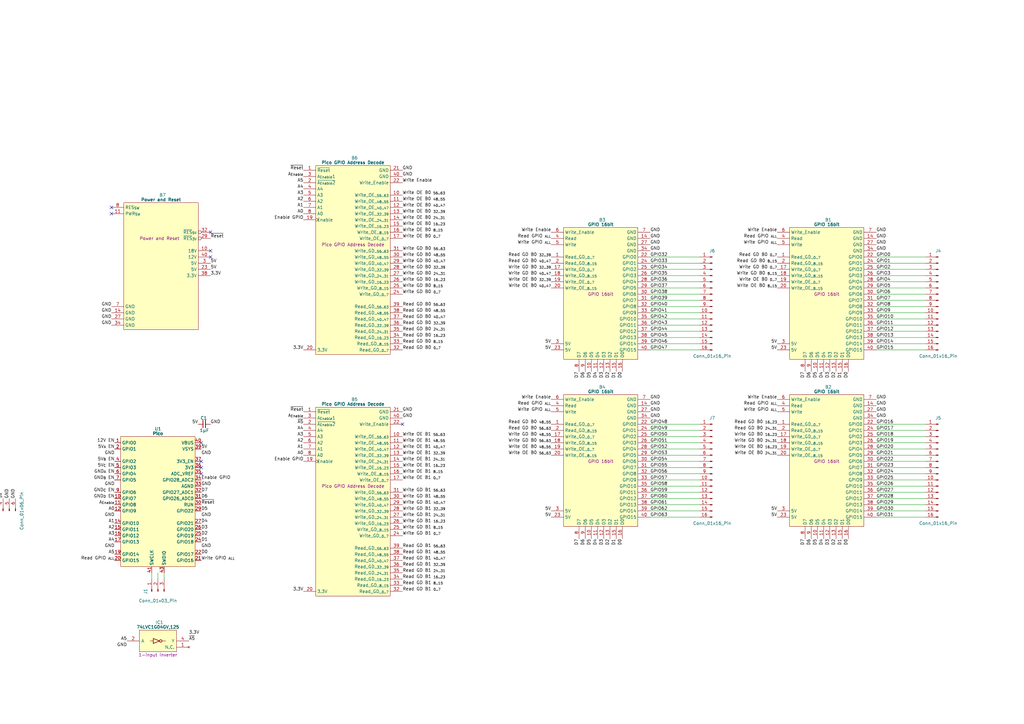
<source format=kicad_sch>
(kicad_sch (version 20231120) (generator "eeschema") (generator_version "8.0")
  (paper "A3")
  (title_block (title "Pico Wide GPIO") (date "2025-04-24") (rev "V1"))
  (lib_symbols
    (symbol "Connector:Conn_01x03_Pin" (pin_names (offset 1.016) hide)
      (property "Reference" "J" (at 0 5.08 0))
      (property "Value" "Conn_01x03_Pin" (at 0 -5.08 0))
      (symbol "Conn_01x03_Pin_1_1"
        (polyline (pts (xy 1.27 -2.54) (xy 0.8636 -2.54)) (stroke (width 0.1524)))
        (polyline (pts (xy 1.27 0) (xy 0.8636 0)) (stroke (width 0.1524)))
        (polyline (pts (xy 1.27 2.54) (xy 0.8636 2.54)) (stroke (width 0.1524)))
        (rectangle (start 0.8636 -2.413) (end 0 -2.667) (stroke (width 0.1524)) (fill (type outline)))
        (rectangle (start 0.8636 0.127) (end 0 -0.127) (stroke (width 0.1524)) (fill (type outline)))
        (rectangle (start 0.8636 2.667) (end 0 2.413) (stroke (width 0.1524)) (fill (type outline)))
        (pin passive line (at 5.08 2.54 180) (length 3.81) (name "Pin_1") (number "1"))
        (pin passive line (at 5.08 0 180) (length 3.81) (name "Pin_2") (number "2"))
        (pin passive line (at 5.08 -2.54 180) (length 3.81) (name "Pin_3") (number "3"))
      )
    )
    (symbol "Connector:Conn_01x06_Pin" (pin_names (offset 1.016) hide)
      (property "Reference" "J" (at 0 7.62 0))
      (property "Value" "Conn_01x06_Pin" (at 0 -10.16 0))
      (symbol "Conn_01x06_Pin_1_1"
        (polyline (pts (xy 1.27 -7.62) (xy 0.8636 -7.62)) (stroke (width 0.1524)))
        (polyline (pts (xy 1.27 -5.08) (xy 0.8636 -5.08)) (stroke (width 0.1524)))
        (polyline (pts (xy 1.27 -2.54) (xy 0.8636 -2.54)) (stroke (width 0.1524)))
        (polyline (pts (xy 1.27 0) (xy 0.8636 0)) (stroke (width 0.1524)))
        (polyline (pts (xy 1.27 2.54) (xy 0.8636 2.54)) (stroke (width 0.1524)))
        (polyline (pts (xy 1.27 5.08) (xy 0.8636 5.08)) (stroke (width 0.1524)))
        (rectangle (start 0.8636 -7.493) (end 0 -7.747) (stroke (width 0.1524)) (fill (type outline)))
        (rectangle (start 0.8636 -4.953) (end 0 -5.207) (stroke (width 0.1524)) (fill (type outline)))
        (rectangle (start 0.8636 -2.413) (end 0 -2.667) (stroke (width 0.1524)) (fill (type outline)))
        (rectangle (start 0.8636 0.127) (end 0 -0.127) (stroke (width 0.1524)) (fill (type outline)))
        (rectangle (start 0.8636 2.667) (end 0 2.413) (stroke (width 0.1524)) (fill (type outline)))
        (rectangle (start 0.8636 5.207) (end 0 4.953) (stroke (width 0.1524)) (fill (type outline)))
        (pin passive line (at 5.08 5.08 180) (length 3.81) (name "Pin_1") (number "1"))
        (pin passive line (at 5.08 2.54 180) (length 3.81) (name "Pin_2") (number "2"))
        (pin passive line (at 5.08 0 180) (length 3.81) (name "Pin_3") (number "3"))
        (pin passive line (at 5.08 -2.54 180) (length 3.81) (name "Pin_4") (number "4"))
        (pin passive line (at 5.08 -5.08 180) (length 3.81) (name "Pin_5") (number "5"))
        (pin passive line (at 5.08 -7.62 180) (length 3.81) (name "Pin_6") (number "6"))
      )
    )
    (symbol "Connector:Conn_01x16_Pin" (pin_names (offset 1.016) hide)
      (property "Reference" "J" (at 0 20.32 0))
      (property "Value" "Conn_01x16_Pin" (at 0 -22.86 0))
      (symbol "Conn_01x16_Pin_1_1"
        (polyline (pts (xy 1.27 -20.32) (xy 0.8636 -20.32)) (stroke (width 0.1524)))
        (polyline (pts (xy 1.27 -17.78) (xy 0.8636 -17.78)) (stroke (width 0.1524)))
        (polyline (pts (xy 1.27 -15.24) (xy 0.8636 -15.24)) (stroke (width 0.1524)))
        (polyline (pts (xy 1.27 -12.7) (xy 0.8636 -12.7)) (stroke (width 0.1524)))
        (polyline (pts (xy 1.27 -10.16) (xy 0.8636 -10.16)) (stroke (width 0.1524)))
        (polyline (pts (xy 1.27 -7.62) (xy 0.8636 -7.62)) (stroke (width 0.1524)))
        (polyline (pts (xy 1.27 -5.08) (xy 0.8636 -5.08)) (stroke (width 0.1524)))
        (polyline (pts (xy 1.27 -2.54) (xy 0.8636 -2.54)) (stroke (width 0.1524)))
        (polyline (pts (xy 1.27 0) (xy 0.8636 0)) (stroke (width 0.1524)))
        (polyline (pts (xy 1.27 2.54) (xy 0.8636 2.54)) (stroke (width 0.1524)))
        (polyline (pts (xy 1.27 5.08) (xy 0.8636 5.08)) (stroke (width 0.1524)))
        (polyline (pts (xy 1.27 7.62) (xy 0.8636 7.62)) (stroke (width 0.1524)))
        (polyline (pts (xy 1.27 10.16) (xy 0.8636 10.16)) (stroke (width 0.1524)))
        (polyline (pts (xy 1.27 12.7) (xy 0.8636 12.7)) (stroke (width 0.1524)))
        (polyline (pts (xy 1.27 15.24) (xy 0.8636 15.24)) (stroke (width 0.1524)))
        (polyline (pts (xy 1.27 17.78) (xy 0.8636 17.78)) (stroke (width 0.1524)))
        (rectangle (start 0.8636 -20.193) (end 0 -20.447) (stroke (width 0.1524)) (fill (type outline)))
        (rectangle (start 0.8636 -17.653) (end 0 -17.907) (stroke (width 0.1524)) (fill (type outline)))
        (rectangle (start 0.8636 -15.113) (end 0 -15.367) (stroke (width 0.1524)) (fill (type outline)))
        (rectangle (start 0.8636 -12.573) (end 0 -12.827) (stroke (width 0.1524)) (fill (type outline)))
        (rectangle (start 0.8636 -10.033) (end 0 -10.287) (stroke (width 0.1524)) (fill (type outline)))
        (rectangle (start 0.8636 -7.493) (end 0 -7.747) (stroke (width 0.1524)) (fill (type outline)))
        (rectangle (start 0.8636 -4.953) (end 0 -5.207) (stroke (width 0.1524)) (fill (type outline)))
        (rectangle (start 0.8636 -2.413) (end 0 -2.667) (stroke (width 0.1524)) (fill (type outline)))
        (rectangle (start 0.8636 0.127) (end 0 -0.127) (stroke (width 0.1524)) (fill (type outline)))
        (rectangle (start 0.8636 2.667) (end 0 2.413) (stroke (width 0.1524)) (fill (type outline)))
        (rectangle (start 0.8636 5.207) (end 0 4.953) (stroke (width 0.1524)) (fill (type outline)))
        (rectangle (start 0.8636 7.747) (end 0 7.493) (stroke (width 0.1524)) (fill (type outline)))
        (rectangle (start 0.8636 10.287) (end 0 10.033) (stroke (width 0.1524)) (fill (type outline)))
        (rectangle (start 0.8636 12.827) (end 0 12.573) (stroke (width 0.1524)) (fill (type outline)))
        (rectangle (start 0.8636 15.367) (end 0 15.113) (stroke (width 0.1524)) (fill (type outline)))
        (rectangle (start 0.8636 17.907) (end 0 17.653) (stroke (width 0.1524)) (fill (type outline)))
        (pin passive line (at 5.08 17.78 180) (length 3.81) (name "Pin_1") (number "1"))
        (pin passive line (at 5.08 -5.08 180) (length 3.81) (name "Pin_10") (number "10"))
        (pin passive line (at 5.08 -7.62 180) (length 3.81) (name "Pin_11") (number "11"))
        (pin passive line (at 5.08 -10.16 180) (length 3.81) (name "Pin_12") (number "12"))
        (pin passive line (at 5.08 -12.7 180) (length 3.81) (name "Pin_13") (number "13"))
        (pin passive line (at 5.08 -15.24 180) (length 3.81) (name "Pin_14") (number "14"))
        (pin passive line (at 5.08 -17.78 180) (length 3.81) (name "Pin_15") (number "15"))
        (pin passive line (at 5.08 -20.32 180) (length 3.81) (name "Pin_16") (number "16"))
        (pin passive line (at 5.08 15.24 180) (length 3.81) (name "Pin_2") (number "2"))
        (pin passive line (at 5.08 12.7 180) (length 3.81) (name "Pin_3") (number "3"))
        (pin passive line (at 5.08 10.16 180) (length 3.81) (name "Pin_4") (number "4"))
        (pin passive line (at 5.08 7.62 180) (length 3.81) (name "Pin_5") (number "5"))
        (pin passive line (at 5.08 5.08 180) (length 3.81) (name "Pin_6") (number "6"))
        (pin passive line (at 5.08 2.54 180) (length 3.81) (name "Pin_7") (number "7"))
        (pin passive line (at 5.08 0 180) (length 3.81) (name "Pin_8") (number "8"))
        (pin passive line (at 5.08 -2.54 180) (length 3.81) (name "Pin_9") (number "9"))
      )
    )
    (symbol "HCP65:C_0805" (pin_numbers hide) (pin_names (offset 0.254) hide)
      (property "Reference" "C" (at 2.286 2.54 0))
      (property "Value" "?μF" (at 2.54 -2.54 0))
      (symbol "C_0805_0_1"
        (polyline (pts (xy 1.9685 -1.4605) (xy 1.9685 1.5875)) (stroke (width 0.3048)))
        (polyline (pts (xy 2.9845 -1.4605) (xy 2.9845 1.5875)) (stroke (width 0.3302)))
      )
      (symbol "C_0805_1_1"
        (pin passive line (at 0 0 0) (length 2.032) (name "~") (number "1"))
        (pin passive line (at 5.08 0 180) (length 2.032) (name "~") (number "2"))
      )
    )
    (symbol "HCP65:GPIO_16bit"
      (property "Reference" "B" (at 15.875 5.08 0))
      (property "Value" "GPIO 16bit" (at 15.24 3.175 0))
      (property "Description" "GPIO 16bit" (at 15.24 -25.4 0))
      (symbol "GPIO_16bit_0_1"
        (polyline (pts (xy 0 1.905) (xy 30.48 1.905) (xy 30.48 -52.07) (xy 0 -52.07) (xy 0 1.905)) (stroke (width 0.1524)) (fill (type background)))
      )
      (symbol "GPIO_16bit_1_0"
        (pin tri_state line (at 35.56 -30.48 180) (length 5.08) (name "GPIO8") (number "32"))
        (pin tri_state line (at 35.56 -33.02 180) (length 5.08) (name "GPIO9") (number "33"))
        (pin passive line (at 35.56 -7.62 180) (length 5.08) (name "GND") (number "34"))
        (pin tri_state line (at 35.56 -35.56 180) (length 5.08) (name "GPIO10") (number "35"))
        (pin tri_state line (at 35.56 -38.1 180) (length 5.08) (name "GPIO11") (number "36"))
        (pin tri_state line (at 35.56 -40.64 180) (length 5.08) (name "GPIO12") (number "37"))
        (pin tri_state line (at 35.56 -43.18 180) (length 5.08) (name "GPIO13") (number "38"))
        (pin tri_state line (at 35.56 -45.72 180) (length 5.08) (name "GPIO14") (number "39"))
      )
      (symbol "GPIO_16bit_1_1"
        (pin input line (at -5.08 -10.16 0) (length 5.08) (name "Read_GD__{0..7}") (number "1"))
        (pin tri_state line (at 11.43 -57.15 90) (length 5.08) (name "D5") (number "10"))
        (pin tri_state line (at 13.97 -57.15 90) (length 5.08) (name "D4") (number "11"))
        (pin tri_state line (at 16.51 -57.15 90) (length 5.08) (name "D3") (number "12"))
        (pin tri_state line (at 19.05 -57.15 90) (length 5.08) (name "D2") (number "13"))
        (pin passive line (at 35.56 -2.54 180) (length 5.08) (name "GND") (number "14"))
        (pin tri_state line (at 21.59 -57.15 90) (length 5.08) (name "D1") (number "15"))
        (pin tri_state line (at 24.13 -57.15 90) (length 5.08) (name "D0") (number "16"))
        (pin input line (at -5.08 -15.24 0) (length 5.08) (name "Write_GD__{0..7}") (number "17"))
        (pin input line (at -5.08 -17.78 0) (length 5.08) (name "Write_GD__{8..15}") (number "18"))
        (pin input line (at -5.08 -20.32 0) (length 5.08) (name "Write_OE__{0..7}") (number "19"))
        (pin input line (at -5.08 -12.7 0) (length 5.08) (name "Read_GD__{8..15}") (number "2"))
        (pin input line (at -5.08 -22.86 0) (length 5.08) (name "Write_OE__{8..15}") (number "20"))
        (pin no_connect line (at -5.08 -43.18 0) (length 5.08) hide (name "N.C.") (number "21"))
        (pin tri_state line (at 35.56 -10.16 180) (length 5.08) (name "GPIO0") (number "22"))
        (pin passive line (at -5.08 -48.26 0) (length 5.08) (name "5V") (number "23"))
        (pin tri_state line (at 35.56 -12.7 180) (length 5.08) (name "GPIO1") (number "24"))
        (pin tri_state line (at 35.56 -15.24 180) (length 5.08) (name "GPIO2") (number "25"))
        (pin tri_state line (at 35.56 -17.78 180) (length 5.08) (name "GPIO3") (number "26"))
        (pin passive line (at 35.56 -5.08 180) (length 5.08) (name "GND") (number "27"))
        (pin tri_state line (at 35.56 -20.32 180) (length 5.08) (name "GPIO4") (number "28"))
        (pin tri_state line (at 35.56 -22.86 180) (length 5.08) (name "GPIO5") (number "29"))
        (pin passive line (at -5.08 -45.72 0) (length 5.08) (name "5V") (number "3"))
        (pin tri_state line (at 35.56 -25.4 180) (length 5.08) (name "GPIO6") (number "30"))
        (pin tri_state line (at 35.56 -27.94 180) (length 5.08) (name "GPIO7") (number "31"))
        (pin input line (at -5.08 -2.54 0) (length 5.08) (name "Read") (number "4"))
        (pin tri_state line (at 35.56 -48.26 180) (length 5.08) (name "GPIO15") (number "40"))
        (pin input line (at -5.08 -5.08 0) (length 5.08) (name "Write") (number "5"))
        (pin input line (at -5.08 0 0) (length 5.08) (name "Write_Enable") (number "6"))
        (pin passive line (at 35.56 0 180) (length 5.08) (name "GND") (number "7"))
        (pin tri_state line (at 6.35 -57.15 90) (length 5.08) (name "D7") (number "8"))
        (pin tri_state line (at 8.89 -57.15 90) (length 5.08) (name "D6") (number "9"))
      )
    )
    (symbol "HCP65:Pico_GPIO_Address_Decode"
      (property "Reference" "B" (at 15.875 5.08 0))
      (property "Value" "Pico GPIO Address Decode" (at 15.24 3.175 0))
      (property "Description" "Pico GPIO Address Decode" (at 15.24 -30.48 0))
      (symbol "Pico_GPIO_Address_Decode_0_1"
        (polyline (pts (xy 0 1.905) (xy 30.48 1.905) (xy 30.48 -75.565) (xy 0 -75.565) (xy 0 1.905)) (stroke (width 0.1524)) (fill (type background)))
      )
      (symbol "Pico_GPIO_Address_Decode_1_0"
        (pin output line (at 35.56 -73.66 180) (length 5.08) (name "Read_GD__{0..7}") (number "32"))
        (pin output line (at 35.56 -71.12 180) (length 5.08) (name "Read_GD__{8..15}") (number "33"))
        (pin output line (at 35.56 -68.58 180) (length 5.08) (name "Read_GD__{16..23}") (number "34"))
        (pin output line (at 35.56 -66.04 180) (length 5.08) (name "Read_GD__{24..31}") (number "35"))
        (pin output line (at 35.56 -63.5 180) (length 5.08) (name "Read_GD__{32..39}") (number "36"))
        (pin output line (at 35.56 -60.96 180) (length 5.08) (name "Read_GD__{40..47}") (number "37"))
        (pin output line (at 35.56 -58.42 180) (length 5.08) (name "Read_GD__{48..55}") (number "38"))
        (pin output line (at 35.56 -55.88 180) (length 5.08) (name "Read_GD__{56..63}") (number "39"))
      )
      (symbol "Pico_GPIO_Address_Decode_1_1"
        (pin input line (at -5.08 0 0) (length 5.08) (name "~{Reset}") (number "1"))
        (pin output line (at 35.56 -10.16 180) (length 5.08) (name "Write_OE__{56..63}") (number "10"))
        (pin output line (at 35.56 -12.7 180) (length 5.08) (name "Write_OE__{48..55}") (number "11"))
        (pin output line (at 35.56 -15.24 180) (length 5.08) (name "Write_OE__{40..47}") (number "12"))
        (pin output line (at 35.56 -17.78 180) (length 5.08) (name "Write_OE__{32..39}") (number "13"))
        (pin output line (at 35.56 -20.32 180) (length 5.08) (name "Write_OE__{24..31}") (number "14"))
        (pin output line (at 35.56 -22.86 180) (length 5.08) (name "Write_OE__{16..23}") (number "15"))
        (pin output line (at 35.56 -25.4 180) (length 5.08) (name "Write_OE__{8..15}") (number "16"))
        (pin output line (at 35.56 -27.94 180) (length 5.08) (name "Write_OE__{0..7}") (number "17"))
        (pin no_connect line (at -5.08 -68.58 0) (length 5.08) hide (name "N.C.") (number "18"))
        (pin input clock (at -5.08 -20.32 0) (length 5.08) (name "Enable") (number "19"))
        (pin input line (at -5.08 -5.08 0) (length 5.08) (name "~{A_{Enable}2}") (number "2"))
        (pin passive line (at -5.08 -73.66 0) (length 5.08) (name "3.3V") (number "20"))
        (pin passive line (at 35.56 0 180) (length 5.08) (name "GND") (number "21"))
        (pin output line (at 35.56 -5.08 180) (length 5.08) (name "Write_Enable") (number "22"))
        (pin no_connect line (at -5.08 -71.12 0) (length 5.08) hide (name "N.C.") (number "23"))
        (pin output line (at 35.56 -50.8 180) (length 5.08) (name "Write_GD__{0..7}") (number "24"))
        (pin output line (at 35.56 -48.26 180) (length 5.08) (name "Write_GD__{8..15}") (number "25"))
        (pin output line (at 35.56 -45.72 180) (length 5.08) (name "Write_GD__{16..23}") (number "26"))
        (pin output line (at 35.56 -43.18 180) (length 5.08) (name "Write_GD__{24..31}") (number "27"))
        (pin output line (at 35.56 -40.64 180) (length 5.08) (name "Write_GD__{32..39}") (number "28"))
        (pin output line (at 35.56 -38.1 180) (length 5.08) (name "Write_GD__{40..47}") (number "29"))
        (pin input line (at -5.08 -2.54 0) (length 5.08) (name "A_{Enable}1") (number "3"))
        (pin output line (at 35.56 -35.56 180) (length 5.08) (name "Write_GD__{48..55}") (number "30"))
        (pin output line (at 35.56 -33.02 180) (length 5.08) (name "Write_GD__{56..63}") (number "31"))
        (pin input line (at -5.08 -7.62 0) (length 5.08) (name "A4") (number "4"))
        (pin passive line (at 35.56 -2.54 180) (length 5.08) (name "GND") (number "40"))
        (pin input line (at -5.08 -10.16 0) (length 5.08) (name "A3") (number "5"))
        (pin input line (at -5.08 -12.7 0) (length 5.08) (name "A2") (number "6"))
        (pin input line (at -5.08 -15.24 0) (length 5.08) (name "A1") (number "7"))
        (pin input line (at -5.08 -17.78 0) (length 5.08) (name "A0") (number "8"))
        (pin no_connect line (at -5.08 -66.04 0) (length 5.08) hide (name "N.C.") (number "9"))
      )
    )
    (symbol "HCP65:Power_and_Reset"
      (property "Reference" "B" (at 15.875 5.08 0))
      (property "Value" "Power and Reset" (at 15.24 3.175 0))
      (property "Description" "Power and Reset" (at 14.605 -12.7 0))
      (symbol "Power_and_Reset_0_1"
        (polyline (pts (xy 0 1.905) (xy 30.48 1.905) (xy 30.48 -50.165) (xy 0 -50.165) (xy 0 1.905)) (stroke (width 0.1524)) (fill (type background)))
      )
      (symbol "Power_and_Reset_1_0"
        (pin output inverted (at 35.56 -10.16 180) (length 5.08) (name "~{RES}_{5V}") (number "32"))
        (pin no_connect line (at 35.56 -45.72 180) (length 5.08) hide (name "N.C.") (number "39"))
        (pin passive line (at 35.56 -20.32 180) (length 5.08) (name "12V") (number "40"))
      )
      (symbol "Power_and_Reset_1_1"
        (pin no_connect line (at 35.56 -15.24 180) (length 5.08) hide (name "N.C.") (number "1"))
        (pin passive line (at 35.56 -17.78 180) (length 5.08) (name "18V") (number "10"))
        (pin passive line (at -5.08 -2.54 0) (length 5.08) (name "PWR_{SW}") (number "11"))
        (pin no_connect line (at -5.08 -17.78 0) (length 5.08) hide (name "N.C.") (number "12"))
        (pin no_connect line (at -5.08 -20.32 0) (length 5.08) hide (name "N.C.") (number "13"))
        (pin passive line (at -5.08 -43.18 0) (length 5.08) (name "GND") (number "14"))
        (pin no_connect line (at -5.08 -22.86 0) (length 5.08) hide (name "N.C.") (number "15"))
        (pin no_connect line (at -5.08 -25.4 0) (length 5.08) hide (name "N.C.") (number "16"))
        (pin no_connect line (at -5.08 -27.94 0) (length 5.08) hide (name "N.C.") (number "17"))
        (pin no_connect line (at -5.08 -30.48 0) (length 5.08) hide (name "N.C.") (number "18"))
        (pin no_connect line (at -5.08 -33.02 0) (length 5.08) hide (name "N.C.") (number "19"))
        (pin no_connect line (at -5.08 -5.08 0) (length 5.08) hide (name "N.C.") (number "2"))
        (pin no_connect line (at -5.08 -35.56 0) (length 5.08) hide (name "N.C.") (number "20"))
        (pin no_connect line (at -5.08 -38.1 0) (length 5.08) hide (name "N.C.") (number "21"))
        (pin no_connect line (at 35.56 0 180) (length 5.08) hide (name "N.C.") (number "22"))
        (pin passive line (at 35.56 -25.4 180) (length 5.08) (name "5V") (number "23"))
        (pin no_connect line (at 35.56 -2.54 180) (length 5.08) hide (name "N.C.") (number "24"))
        (pin no_connect line (at 35.56 -5.08 180) (length 5.08) hide (name "N.C.") (number "25"))
        (pin no_connect line (at 35.56 -7.62 180) (length 5.08) hide (name "N.C.") (number "26"))
        (pin passive line (at -5.08 -45.72 0) (length 5.08) (name "GND") (number "27"))
        (pin no_connect line (at 35.56 -48.26 180) (length 5.08) hide (name "N.C.") (number "28"))
        (pin output inverted (at 35.56 -12.7 180) (length 5.08) (name "~{RES}_{3V}") (number "29"))
        (pin passive line (at 35.56 -22.86 180) (length 5.08) (name "5V") (number "3"))
        (pin no_connect line (at 35.56 -30.48 180) (length 5.08) hide (name "N.C.") (number "30"))
        (pin no_connect line (at 35.56 -33.02 180) (length 5.08) hide (name "N.C.") (number "31"))
        (pin no_connect line (at 35.56 -35.56 180) (length 5.08) hide (name "N.C.") (number "33"))
        (pin passive line (at -5.08 -48.26 0) (length 5.08) (name "GND") (number "34"))
        (pin no_connect line (at 35.56 -38.1 180) (length 5.08) hide (name "N.C.") (number "35"))
        (pin no_connect line (at 35.56 -40.64 180) (length 5.08) hide (name "N.C.") (number "36"))
        (pin no_connect line (at 35.56 -43.18 180) (length 5.08) hide (name "N.C.") (number "37"))
        (pin passive line (at 35.56 -27.94 180) (length 5.08) (name "3.3V") (number "38"))
        (pin no_connect line (at -5.08 -7.62 0) (length 5.08) hide (name "N.C.") (number "4"))
        (pin no_connect line (at -5.08 -10.16 0) (length 5.08) hide (name "N.C.") (number "5"))
        (pin no_connect line (at -5.08 -12.7 0) (length 5.08) hide (name "N.C.") (number "6"))
        (pin passive line (at -5.08 -40.64 0) (length 5.08) (name "GND") (number "7"))
        (pin passive line (at -5.08 0 0) (length 5.08) (name "RES_{SW}") (number "8"))
        (pin no_connect line (at -5.08 -15.24 0) (length 5.08) hide (name "N.C.") (number "9"))
      )
    )
    (symbol "Nexperia:74LVC1G04GV,125" (pin_names (offset 0.762))
      (property "Reference" "IC" (at 13.335 5.08 0))
      (property "Value" "74LVC1G04GV,125" (at 12.7 3.175 0))
      (property "Description" "1-input inverter" (at 12.7 -8.255 0))
      (symbol "74LVC1G04GV,125_0_0"
        (pin no_connect line (at 25.4 -5.08 180) (length 5.08) (name "N.C.") (number "1"))
        (pin input line (at 0 -2.54 0) (length 5.08) (name "A") (number "2"))
        (pin passive line (at 0 -5.08 0) (length 5.08) hide (name "GND") (number "3"))
        (pin output line (at 25.4 -2.54 180) (length 5.08) (name "Y") (number "4"))
        (pin passive line (at 25.4 0 180) (length 5.08) hide (name "3V") (number "5"))
      )
      (symbol "74LVC1G04GV,125_0_1"
        (polyline (pts (xy 9.525 -2.54) (xy 10.7949 -2.54)))
        (polyline (pts (xy 14.351 -2.54) (xy 15.875 -2.54)))
        (polyline (pts (xy 10.795 -3.556) (xy 13.335 -2.54) (xy 10.795 -1.524)) (stroke (width 0.254)))
        (polyline (pts (xy 5.08 1.905) (xy 20.32 1.905) (xy 20.32 -6.985) (xy 5.08 -6.985) (xy 5.08 1.905)) (stroke (width 0.1524)) (fill (type background)))
        (rectangle (start 10.795 -1.524) (end 10.795 -3.556) (stroke (width 0.254)) (fill (type background)))
        (circle (center 13.843 -2.54) (radius 0.508) (stroke (width 0.254)))
      )
    )
    (symbol "Raspberry:Pico"
      (property "Reference" "U" (at 0 29.845 0))
      (property "Value" "Pico" (at 0 27.94 0))
      (symbol "Pico_0_1"
        (rectangle (start -15.24 26.67) (end 15.24 -26.67) (fill (type background)))
      )
      (symbol "Pico_1_1"
        (pin bidirectional line (at -17.78 24.13 0) (length 2.54) (name "GPIO0") (number "1"))
        (pin bidirectional line (at -17.78 1.27 0) (length 2.54) (name "GPIO7") (number "10"))
        (pin bidirectional line (at -17.78 -1.27 0) (length 2.54) (name "GPIO8") (number "11"))
        (pin bidirectional line (at -17.78 -3.81 0) (length 2.54) (name "GPIO9") (number "12"))
        (pin passive line (at -17.78 -6.35 0) (length 2.54) hide (name "GND") (number "13"))
        (pin bidirectional line (at -17.78 -8.89 0) (length 2.54) (name "GPIO10") (number "14"))
        (pin bidirectional line (at -17.78 -11.43 0) (length 2.54) (name "GPIO11") (number "15"))
        (pin bidirectional line (at -17.78 -13.97 0) (length 2.54) (name "GPIO12") (number "16"))
        (pin bidirectional line (at -17.78 -16.51 0) (length 2.54) (name "GPIO13") (number "17"))
        (pin passive line (at -17.78 -19.05 0) (length 2.54) hide (name "GND") (number "18"))
        (pin bidirectional line (at -17.78 -21.59 0) (length 2.54) (name "GPIO14") (number "19"))
        (pin bidirectional line (at -17.78 21.59 0) (length 2.54) (name "GPIO1") (number "2"))
        (pin bidirectional line (at -17.78 -24.13 0) (length 2.54) (name "GPIO15") (number "20"))
        (pin bidirectional line (at 17.78 -24.13 180) (length 2.54) (name "GPIO16") (number "21"))
        (pin bidirectional line (at 17.78 -21.59 180) (length 2.54) (name "GPIO17") (number "22"))
        (pin passive line (at 17.78 -19.05 180) (length 2.54) hide (name "GND") (number "23"))
        (pin bidirectional line (at 17.78 -16.51 180) (length 2.54) (name "GPIO18") (number "24"))
        (pin bidirectional line (at 17.78 -13.97 180) (length 2.54) (name "GPIO19") (number "25"))
        (pin bidirectional line (at 17.78 -11.43 180) (length 2.54) (name "GPIO20") (number "26"))
        (pin bidirectional line (at 17.78 -8.89 180) (length 2.54) (name "GPIO21") (number "27"))
        (pin passive line (at 17.78 -6.35 180) (length 2.54) hide (name "GND") (number "28"))
        (pin bidirectional line (at 17.78 -3.81 180) (length 2.54) (name "GPIO22") (number "29"))
        (pin passive line (at -17.78 19.05 0) (length 2.54) hide (name "GND") (number "3"))
        (pin input line (at 17.78 -1.27 180) (length 2.54) (name "RUN") (number "30"))
        (pin bidirectional line (at 17.78 1.27 180) (length 2.54) (name "GPIO26_ADC0") (number "31"))
        (pin bidirectional line (at 17.78 3.81 180) (length 2.54) (name "GPIO27_ADC1") (number "32"))
        (pin passive line (at 17.78 6.35 180) (length 2.54) (name "AGND") (number "33"))
        (pin bidirectional line (at 17.78 8.89 180) (length 2.54) (name "GPIO28_ADC2") (number "34"))
        (pin passive line (at 17.78 11.43 180) (length 2.54) (name "ADC_VREF") (number "35"))
        (pin passive line (at 17.78 13.97 180) (length 2.54) (name "3V3") (number "36"))
        (pin input line (at 17.78 16.51 180) (length 2.54) (name "3V3_EN") (number "37"))
        (pin passive line (at 17.78 19.05 180) (length 2.54) hide (name "GND") (number "38"))
        (pin passive line (at 17.78 21.59 180) (length 2.54) (name "VSYS") (number "39"))
        (pin bidirectional line (at -17.78 16.51 0) (length 2.54) (name "GPIO2") (number "4"))
        (pin passive line (at 17.78 24.13 180) (length 2.54) (name "VBUS") (number "40"))
        (pin input line (at -2.54 -29.21 90) (length 2.54) (name "SWCLK") (number "41"))
        (pin passive line (at 0 -29.21 90) (length 2.54) hide (name "GND") (number "42"))
        (pin bidirectional line (at 2.54 -29.21 90) (length 2.54) (name "SWDIO") (number "43"))
        (pin bidirectional line (at -17.78 13.97 0) (length 2.54) (name "GPIO3") (number "5"))
        (pin bidirectional line (at -17.78 11.43 0) (length 2.54) (name "GPIO4") (number "6"))
        (pin bidirectional line (at -17.78 8.89 0) (length 2.54) (name "GPIO5") (number "7"))
        (pin passive line (at -17.78 6.35 0) (length 2.54) hide (name "GND") (number "8"))
        (pin bidirectional line (at -17.78 3.81 0) (length 2.54) (name "GPIO6") (number "9"))
      )
    )
  )
  (no_connect (at 86.36 105.41))
  (no_connect (at 82.55 181.61))
  (no_connect (at 86.36 102.87))
  (no_connect (at 45.72 87.63))
  (no_connect (at 82.55 191.77))
  (no_connect (at 165.1 173.99))
  (no_connect (at 82.55 194.31))
  (no_connect (at 45.72 85.09))
  (no_connect (at 86.36 95.25))
  (no_connect (at 82.55 189.23))
  (wire (pts (xy 359.41 186.69) (xy 379.73 186.69)))
  (wire (pts (xy 266.7 186.69) (xy 287.02 186.69)))
  (wire (pts (xy 266.7 130.81) (xy 287.02 130.81)))
  (wire (pts (xy 67.31 237.49) (xy 67.31 234.95)))
  (wire (pts (xy 266.7 143.51) (xy 287.02 143.51)))
  (wire (pts (xy 359.41 118.11) (xy 379.73 118.11)))
  (wire (pts (xy 359.41 120.65) (xy 379.73 120.65)))
  (wire (pts (xy 359.41 140.97) (xy 379.73 140.97)))
  (wire (pts (xy 266.7 135.89) (xy 287.02 135.89)))
  (wire (pts (xy 359.41 212.09) (xy 379.73 212.09)))
  (wire (pts (xy 266.7 140.97) (xy 287.02 140.97)))
  (wire (pts (xy 359.41 191.77) (xy 379.73 191.77)))
  (wire (pts (xy 266.7 194.31) (xy 287.02 194.31)))
  (wire (pts (xy 266.7 196.85) (xy 287.02 196.85)))
  (wire (pts (xy 266.7 201.93) (xy 287.02 201.93)))
  (wire (pts (xy 266.7 191.77) (xy 287.02 191.77)))
  (wire (pts (xy 359.41 135.89) (xy 379.73 135.89)))
  (wire (pts (xy 359.41 176.53) (xy 379.73 176.53)))
  (wire (pts (xy 359.41 209.55) (xy 379.73 209.55)))
  (wire (pts (xy 359.41 189.23) (xy 379.73 189.23)))
  (wire (pts (xy 266.7 207.01) (xy 287.02 207.01)))
  (wire (pts (xy 359.41 207.01) (xy 379.73 207.01)))
  (wire (pts (xy 359.41 143.51) (xy 379.73 143.51)))
  (wire (pts (xy 359.41 105.41) (xy 379.73 105.41)))
  (wire (pts (xy 266.7 133.35) (xy 287.02 133.35)))
  (wire (pts (xy 266.7 123.19) (xy 287.02 123.19)))
  (wire (pts (xy 266.7 189.23) (xy 287.02 189.23)))
  (wire (pts (xy 359.41 113.03) (xy 379.73 113.03)))
  (wire (pts (xy 266.7 113.03) (xy 287.02 113.03)))
  (wire (pts (xy 266.7 107.95) (xy 287.02 107.95)))
  (wire (pts (xy 266.7 176.53) (xy 287.02 176.53)))
  (wire (pts (xy 266.7 179.07) (xy 287.02 179.07)))
  (wire (pts (xy 62.23 237.49) (xy 62.23 234.95)))
  (wire (pts (xy 266.7 110.49) (xy 287.02 110.49)))
  (wire (pts (xy 359.41 107.95) (xy 379.73 107.95)))
  (wire (pts (xy 359.41 181.61) (xy 379.73 181.61)))
  (wire (pts (xy 266.7 115.57) (xy 287.02 115.57)))
  (wire (pts (xy 359.41 179.07) (xy 379.73 179.07)))
  (wire (pts (xy 266.7 199.39) (xy 287.02 199.39)))
  (wire (pts (xy 359.41 125.73) (xy 379.73 125.73)))
  (wire (pts (xy 266.7 128.27) (xy 287.02 128.27)))
  (wire (pts (xy 359.41 130.81) (xy 379.73 130.81)))
  (wire (pts (xy 359.41 196.85) (xy 379.73 196.85)))
  (wire (pts (xy 266.7 125.73) (xy 287.02 125.73)))
  (wire (pts (xy 359.41 115.57) (xy 379.73 115.57)))
  (wire (pts (xy 359.41 110.49) (xy 379.73 110.49)))
  (wire (pts (xy 359.41 201.93) (xy 379.73 201.93)))
  (wire (pts (xy 266.7 138.43) (xy 287.02 138.43)))
  (wire (pts (xy 266.7 184.15) (xy 287.02 184.15)))
  (wire (pts (xy 359.41 199.39) (xy 379.73 199.39)))
  (wire (pts (xy 266.7 105.41) (xy 287.02 105.41)))
  (wire (pts (xy 359.41 173.99) (xy 379.73 173.99)))
  (wire (pts (xy 266.7 118.11) (xy 287.02 118.11)))
  (wire (pts (xy 359.41 133.35) (xy 379.73 133.35)))
  (wire (pts (xy 266.7 204.47) (xy 287.02 204.47)))
  (wire (pts (xy 266.7 209.55) (xy 287.02 209.55)))
  (wire (pts (xy 266.7 120.65) (xy 287.02 120.65)))
  (wire (pts (xy 359.41 194.31) (xy 379.73 194.31)))
  (wire (pts (xy 266.7 181.61) (xy 287.02 181.61)))
  (wire (pts (xy 359.41 128.27) (xy 379.73 128.27)))
  (wire (pts (xy 266.7 173.99) (xy 287.02 173.99)))
  (wire (pts (xy 359.41 123.19) (xy 379.73 123.19)))
  (wire (pts (xy 64.77 237.49) (xy 64.77 234.95)))
  (wire (pts (xy 359.41 138.43) (xy 379.73 138.43)))
  (wire (pts (xy 359.41 184.15) (xy 379.73 184.15)))
  (wire (pts (xy 359.41 204.47) (xy 379.73 204.47)))
  (wire (pts (xy 266.7 212.09) (xy 287.02 212.09)))
  (label "GND" (at 46.99 212.09 180))
  (label "Read GD B1 _{48..55}" (at 165.1 227.33 0))
  (label "Enable GPIO" (at 82.55 196.85 0))
  (label "D4" (at 82.55 214.63 0))
  (label "Write GD B1 _{40..47}" (at 165.1 207.01 0))
  (label "GND" (at 45.72 130.81 180))
  (label "A1" (at 46.99 214.63 180))
  (label "GPIO49" (at 266.7 176.53 0))
  (label "~{Reset}" (at 82.55 207.01 0))
  (label "GPIO50" (at 266.7 179.07 0))
  (label "GPIO13" (at 359.41 138.43 0))
  (label "Write OE B0 _{8..15}" (at 318.77 118.11 180))
  (label "D2" (at 250.19 220.98 270))
  (label "GND" (at 165.1 171.45 0))
  (label "Write OE B1 _{0..7}" (at 165.1 196.85 0))
  (label "Write Enable" (at 318.77 163.83 180))
  (label "Write GD B0 _{0..7}" (at 318.77 110.49 180))
  (label "Write GD B0 _{40..47}" (at 226.06 113.03 180))
  (label "GPIO36" (at 266.7 115.57 0))
  (label "Read GD B0 _{8..15}" (at 165.1 140.97 0))
  (label "~{A5}" (at 77.47 262.89 0))
  (label "GND" (at 46.99 199.39 180))
  (label "5V" (at 226.06 212.09 180))
  (label "GPIO38" (at 266.7 120.65 0))
  (label "Write GD B0 _{8..15}" (at 318.77 113.03 180))
  (label "GPIO32" (at 266.7 105.41 0))
  (label "GPIO2" (at 359.41 110.49 0))
  (label "GND" (at 266.7 100.33 0))
  (label "Write OE B1 _{56..63}" (at 165.1 179.07 0))
  (label "GND" (at -3.81 204.47 90))
  (label "GND" (at 6.35 204.47 90))
  (label "GPIO1" (at 359.41 107.95 0))
  (label "Read GPIO _{ALL}" (at 226.06 166.37 180))
  (label "GPIO56" (at 266.7 194.31 0))
  (label "5V" (at 86.36 107.95 0))
  (label "Read GD B1 _{8..15}" (at 165.1 240.03 0))
  (label "GND" (at 266.7 97.79 0))
  (label "Write GD B0 _{8..15}" (at 165.1 118.11 0))
  (label "GND_{D} EN" (at 46.99 204.47 180))
  (label "Read GD B0 _{56..63}" (at 226.06 176.53 180))
  (label "Read GD B1 _{40..47}" (at 165.1 229.87 0))
  (label "GPIO7" (at 359.41 123.19 0))
  (label "D0" (at 255.27 220.98 270))
  (label "GPIO53" (at 266.7 186.69 0))
  (label "Read GD B0 _{16..23}" (at 318.77 173.99 180))
  (label "D4" (at 245.11 220.98 270))
  (label "GPIO16" (at 359.41 173.99 0))
  (label "Write OE B1 _{16..23}" (at 165.1 191.77 0))
  (label "5V" (at 318.77 212.09 180))
  (label "Write OE B0 _{48..55}" (at 226.06 184.15 180))
  (label "5V" (at 82.55 184.15 0))
  (label "Write GD B1 _{16..23}" (at 165.1 214.63 0))
  (label "D3" (at 340.36 152.4 270))
  (label "Read GD B0 _{40..47}" (at 165.1 130.81 0))
  (label "D5" (at 242.57 220.98 270))
  (label "Read GD B1 _{56..63}" (at 165.1 224.79 0))
  (label "A3" (at 124.46 179.07 180))
  (label "5V" (at 86.36 110.49 0))
  (label "Write OE B0 _{8..15}" (at 165.1 95.25 0))
  (label "Write GD B0 _{32..39}" (at 226.06 110.49 180))
  (label "GPIO51" (at 266.7 181.61 0))
  (label "GPIO0" (at 359.41 105.41 0))
  (label "GPIO57" (at 266.7 196.85 0))
  (label "GPIO5" (at 359.41 118.11 0))
  (label "GPIO12" (at 359.41 135.89 0))
  (label "5V" (at 226.06 140.97 180))
  (label "Write OE B0 _{24..31}" (at 165.1 90.17 0))
  (label "GPIO43" (at 266.7 133.35 0))
  (label "Write Enable" (at 226.06 163.83 180))
  (label "GPIO24" (at 359.41 194.31 0))
  (label "Write GD B0 _{56..63}" (at 165.1 102.87 0))
  (label "5V" (at 226.06 143.51 180))
  (label "Write GD B0 _{24..31}" (at 318.77 181.61 180))
  (label "GPIO14" (at 359.41 140.97 0))
  (label "GPIO37" (at 266.7 118.11 0))
  (label "GND" (at 165.1 72.39 0))
  (label "Write GD B0 _{48..55}" (at 226.06 179.07 180))
  (label "A2" (at 46.99 217.17 180))
  (label "Read GD B0 _{56..63}" (at 165.1 125.73 0))
  (label "D4" (at 337.82 220.98 270))
  (label "GND" (at 86.36 173.99 0))
  (label "GPIO6" (at 359.41 120.65 0))
  (label "Write OE B1 _{24..31}" (at 165.1 189.23 0))
  (label "5V" (at 318.77 209.55 180))
  (label "Write OE B0 _{40..47}" (at 226.06 118.11 180))
  (label "Write OE B0 _{32..39}" (at 226.06 115.57 180))
  (label "GND" (at 359.41 97.79 0))
  (label "GPIO11" (at 359.41 133.35 0))
  (label "GND" (at 266.7 166.37 0))
  (label "~{Reset}" (at 124.46 168.91 180))
  (label "A2" (at 124.46 181.61 180))
  (label "GPIO59" (at 266.7 201.93 0))
  (label "D2" (at 342.9 220.98 270))
  (label "A4" (at 46.99 222.25 180))
  (label "Read GD B0 _{48..55}" (at 226.06 173.99 180))
  (label "GPIO61" (at 266.7 207.01 0))
  (label "A1" (at 124.46 184.15 180))
  (label "GPIO33" (at 266.7 107.95 0))
  (label "GPIO29" (at 359.41 207.01 0))
  (label "Read GPIO _{ALL}" (at 318.77 97.79 180))
  (label "D6" (at 240.03 220.98 270))
  (label "GPIO30" (at 359.41 209.55 0))
  (label "Write GD B1 _{48..55}" (at 165.1 204.47 0))
  (label "D0" (at 255.27 152.4 270))
  (label "Write OE B1 _{8..15}" (at 165.1 194.31 0))
  (label "Write GD B0 _{0..7}" (at 165.1 120.65 0))
  (label "A5" (at 46.99 227.33 180))
  (label "A4" (at 124.46 77.47 180))
  (label "D7" (at 237.49 220.98 270))
  (label "Write OE B0 _{16..23}" (at 165.1 92.71 0))
  (label "Write GPIO _{ALL}" (at 226.06 168.91 180))
  (label "Read GD B0 _{8..15}" (at 318.77 107.95 180))
  (label "D7" (at 330.2 220.98 270))
  (label "D5" (at 335.28 220.98 270))
  (label "GND" (at 46.99 186.69 180))
  (label "Write Enable" (at 165.1 74.93 0))
  (label "GPIO35" (at 266.7 113.03 0))
  (label "GND" (at 359.41 100.33 0))
  (label "D1" (at 252.73 220.98 270))
  (label "GPIO40" (at 266.7 125.73 0))
  (label "Read GD B0 _{24..31}" (at 318.77 176.53 180))
  (label "5V" (at 318.77 143.51 180))
  (label "D6" (at 240.03 152.4 270))
  (label "5V" (at 1.27 204.47 90))
  (label "3.3V" (at 124.46 242.57 180))
  (label "GND" (at 266.7 168.91 0))
  (label "D5" (at 335.28 152.4 270))
  (label "GND" (at 359.41 102.87 0))
  (label "D5" (at 242.57 152.4 270))
  (label "GPIO22" (at 359.41 189.23 0))
  (label "D0" (at 82.55 227.33 0))
  (label "D3" (at 340.36 220.98 270))
  (label "GPIO63" (at 266.7 212.09 0))
  (label "GND" (at 359.41 163.83 0))
  (label "D0" (at 347.98 152.4 270))
  (label "GND" (at 45.72 128.27 180))
  (label "Write GD B0 _{48..55}" (at 165.1 105.41 0))
  (label "GND" (at 82.55 224.79 0))
  (label "Write OE B0 _{0..7}" (at 318.77 115.57 180))
  (label "5V" (at 81.28 173.99 180))
  (label "Read GD B1 _{24..31}" (at 165.1 234.95 0))
  (label "3.3V" (at 124.46 143.51 180))
  (label "Read GD B0 _{24..31}" (at 165.1 135.89 0))
  (label "GPIO31" (at 359.41 212.09 0))
  (label "GPIO39" (at 266.7 123.19 0))
  (label "GND" (at 3.81 204.47 90))
  (label "D1" (at 345.44 220.98 270))
  (label "Read GD B0 _{40..47}" (at 226.06 107.95 180))
  (label "D2" (at 342.9 152.4 270))
  (label "GPIO10" (at 359.41 130.81 0))
  (label "GPIO41" (at 266.7 128.27 0))
  (label "GPIO9" (at 359.41 128.27 0))
  (label "Read GD B0 _{32..39}" (at 165.1 133.35 0))
  (label "Enable GPIO" (at 124.46 189.23 180))
  (label "5V_{B} EN" (at 46.99 189.23 180))
  (label "D6" (at 332.74 220.98 270))
  (label "GND" (at 45.72 125.73 180))
  (label "~{Reset}" (at 86.36 97.79 0))
  (label "GND" (at 359.41 171.45 0))
  (label "GPIO45" (at 266.7 138.43 0))
  (label "GPIO17" (at 359.41 176.53 0))
  (label "Write GD B0 _{40..47}" (at 165.1 107.95 0))
  (label "A3" (at 124.46 80.01 180))
  (label "Read GPIO _{ALL}" (at 226.06 97.79 180))
  (label "Read GD B1 _{0..7}" (at 165.1 242.57 0))
  (label "D1" (at 82.55 222.25 0))
  (label "Write GD B1 _{32..39}" (at 165.1 209.55 0))
  (label "Read GD B1 _{32..39}" (at 165.1 232.41 0))
  (label "Write OE B1 _{48..55}" (at 165.1 181.61 0))
  (label "D1" (at 345.44 152.4 270))
  (label "GPIO54" (at 266.7 189.23 0))
  (label "A_{Enable}" (at 124.46 171.45 180))
  (label "D3" (at 247.65 152.4 270))
  (label "D3" (at 82.55 217.17 0))
  (label "GND" (at 266.7 163.83 0))
  (label "GPIO25" (at 359.41 196.85 0))
  (label "3.3V" (at 86.36 113.03 0))
  (label "GPIO20" (at 359.41 184.15 0))
  (label "GPIO27" (at 359.41 201.93 0))
  (label "D0" (at 347.98 220.98 270))
  (label "A0" (at 124.46 87.63 180))
  (label "GPIO58" (at 266.7 199.39 0))
  (label "Write OE B0 _{24..31}" (at 318.77 186.69 180))
  (label "D7" (at 330.2 152.4 270))
  (label "Write GD B0 _{56..63}" (at 226.06 181.61 180))
  (label "GPIO55" (at 266.7 191.77 0))
  (label "Write GD B0 _{32..39}" (at 165.1 110.49 0))
  (label "GPIO34" (at 266.7 110.49 0))
  (label "Write OE B0 _{56..63}" (at 226.06 186.69 180))
  (label "GND_{A} EN" (at 46.99 194.31 180))
  (label "GPIO60" (at 266.7 204.47 0))
  (label "Write OE B0 _{16..23}" (at 318.77 184.15 180))
  (label "3.3V" (at 77.47 260.35 0))
  (label "Write OE B0 _{0..7}" (at 165.1 97.79 0))
  (label "D5" (at 82.55 209.55 0))
  (label "GPIO62" (at 266.7 209.55 0))
  (label "5V_{C} EN" (at 46.99 191.77 180))
  (label "GPIO26" (at 359.41 199.39 0))
  (label "Read GPIO _{ALL}" (at 46.99 229.87 180))
  (label "12V EN" (at 46.99 181.61 180))
  (label "GND" (at 359.41 168.91 0))
  (label "D4" (at 245.11 152.4 270))
  (label "GND" (at 82.55 186.69 0))
  (label "Write GPIO _{ALL}" (at 226.06 100.33 180))
  (label "GND" (at 266.7 95.25 0))
  (label "GPIO44" (at 266.7 135.89 0))
  (label "GPIO3" (at 359.41 113.03 0))
  (label "Write Enable" (at 318.77 95.25 180))
  (label "Write GPIO _{ALL}" (at 318.77 100.33 180))
  (label "Read GD B0 _{16..23}" (at 165.1 138.43 0))
  (label "GPIO28" (at 359.41 204.47 0))
  (label "D6" (at 332.74 152.4 270))
  (label "A4" (at 124.46 176.53 180))
  (label "Write GD B1 _{56..63}" (at 165.1 201.93 0))
  (label "GPIO23" (at 359.41 191.77 0))
  (label "A5" (at 52.07 262.89 180))
  (label "5V" (at 318.77 140.97 180))
  (label "GND" (at 82.55 212.09 0))
  (label "Write GD B0 _{16..23}" (at 318.77 179.07 180))
  (label "Write GD B1 _{0..7}" (at 165.1 219.71 0))
  (label "GND" (at 45.72 133.35 180))
  (label "GND" (at 359.41 166.37 0))
  (label "Read GD B0 _{0..7}" (at 165.1 143.51 0))
  (label "GPIO15" (at 359.41 143.51 0))
  (label "Read GD B1 _{16..23}" (at 165.1 237.49 0))
  (label "D7" (at 237.49 152.4 270))
  (label "GND" (at 46.99 224.79 180))
  (label "D4" (at 337.82 152.4 270))
  (label "A_{Enable}" (at 46.99 207.01 180))
  (label "Write GD B0 _{16..23}" (at 165.1 115.57 0))
  (label "GND" (at 359.41 95.25 0))
  (label "Write OE B0 _{32..39}" (at 165.1 87.63 0))
  (label "Write GPIO _{ALL}" (at 82.55 229.87 0))
  (label "D6" (at 82.55 204.47 0))
  (label "A5" (at 124.46 74.93 180))
  (label "Write GPIO _{ALL}" (at 318.77 168.91 180))
  (label "D7" (at 82.55 201.93 0))
  (label "~{Reset}" (at 124.46 69.85 180))
  (label "GPIO19" (at 359.41 181.61 0))
  (label "Write OE B1 _{32..39}" (at 165.1 186.69 0))
  (label "D3" (at 247.65 220.98 270))
  (label "GND" (at 266.7 102.87 0))
  (label "GND" (at -6.35 204.47 90))
  (label "Write GD B0 _{24..31}" (at 165.1 113.03 0))
  (label "Write OE B0 _{48..55}" (at 165.1 82.55 0))
  (label "Read GD B0 _{48..55}" (at 165.1 128.27 0))
  (label "GND" (at 165.1 168.91 0))
  (label "GND" (at 82.55 199.39 0))
  (label "Write OE B1 _{40..47}" (at 165.1 184.15 0))
  (label "GND" (at 52.07 265.43 180))
  (label "GND" (at 266.7 171.45 0))
  (label "Write OE B0 _{40..47}" (at 165.1 85.09 0))
  (label "GPIO21" (at 359.41 186.69 0))
  (label "Read GD B0 _{32..39}" (at 226.06 105.41 180))
  (label "GND" (at 165.1 69.85 0))
  (label "A2" (at 124.46 82.55 180))
  (label "GPIO52" (at 266.7 184.15 0))
  (label "GPIO42" (at 266.7 130.81 0))
  (label "Write GD B1 _{8..15}" (at 165.1 217.17 0))
  (label "GPIO18" (at 359.41 179.07 0))
  (label "D2" (at 82.55 219.71 0))
  (label "5V" (at -1.27 204.47 90))
  (label "~{A5}" (at 124.46 173.99 180))
  (label "GPIO47" (at 266.7 143.51 0))
  (label "A0" (at 46.99 209.55 180))
  (label "GND_{C} EN" (at 46.99 201.93 180))
  (label "Enable GPIO" (at 124.46 90.17 180))
  (label "Write GD B1 _{24..31}" (at 165.1 212.09 0))
  (label "D1" (at 252.73 152.4 270))
  (label "GND_{B} EN" (at 46.99 196.85 180))
  (label "Write Enable" (at 226.06 95.25 180))
  (label "GPIO8" (at 359.41 125.73 0))
  (label "Read GD B0 _{0..7}" (at 318.77 105.41 180))
  (label "5V_{A} EN" (at 46.99 184.15 180))
  (label "5V" (at 226.06 209.55 180))
  (label "A_{Enable}" (at 124.46 72.39 180))
  (label "GPIO48" (at 266.7 173.99 0))
  (label "A1" (at 124.46 85.09 180))
  (label "GPIO4" (at 359.41 115.57 0))
  (label "GPIO46" (at 266.7 140.97 0))
  (label "A3" (at 46.99 219.71 180))
  (label "Read GPIO _{ALL}" (at 318.77 166.37 180))
  (label "D2" (at 250.19 152.4 270))
  (label "A0" (at 124.46 186.69 180))
  (label "Write OE B0 _{56..63}" (at 165.1 80.01 0))
  (symbol (lib_id "HCP65:Power_and_Reset") (at 50.8 85.09 0) (unit 1)
    (property "Reference" "B7" (at 66.675 80.01 0))
    (property "Value" "Power and Reset" (at 66.04 81.915 0) (effects (font (bold yes))))
    (property "Footprint" "HCP65_Parts:HCP65_Power_and_Reset" (effects (hide yes)))
    (property "Description" "Power and Reset" (at 65.405 97.79 0))
    (property "Silkscreen" "Power and Reset" (effects (hide yes)))
  )
  (symbol (lib_id "Connector:Conn_01x16_Pin") (at 292.1 123.19 0) (mirror y) (unit 1)
    (property "Reference" "J6" (at 292.1 102.87 0))
    (property "Value" "Conn_01x16_Pin" (at 292.1 146.05 0))
    (property "Footprint" "Connector_PinHeader_2.54mm:PinHeader_1x16_P2.54mm_Vertical" (effects (hide yes)))
    (property "Description" "Generic connector, single row, 01x16, script generated" (effects (hide yes)))
  )
  (symbol (lib_id "HCP65:Pico_GPIO_Address_Decode") (at 129.54 168.91 0) (unit 1)
    (property "Reference" "B5" (at 145.415 163.83 0))
    (property "Value" "Pico GPIO Address Decode" (at 144.78 165.735 0) (effects (font (bold yes))))
    (property "Footprint" "HCP65_Parts:HCP65_Pico_GPIO_Address_Decode" (effects (hide yes)))
    (property "Description" "Pico GPIO Address Decode" (at 144.78 199.39 0))
    (property "Silkscreen" "GPIO Address Decode" (effects (hide yes)))
  )
  (symbol (lib_id "HCP65:Pico_GPIO_Address_Decode") (at 129.54 69.85 0) (unit 1)
    (property "Reference" "B6" (at 145.415 64.77 0))
    (property "Value" "Pico GPIO Address Decode" (at 144.78 66.675 0) (effects (font (bold yes))))
    (property "Footprint" "HCP65_Parts:HCP65_Pico_GPIO_Address_Decode" (effects (hide yes)))
    (property "Description" "Pico GPIO Address Decode" (at 144.78 100.33 0))
    (property "Silkscreen" "GPIO Address Decode" (effects (hide yes)))
  )
  (symbol (lib_id "Connector:Conn_01x16_Pin") (at 384.81 123.19 0) (mirror y) (unit 1)
    (property "Reference" "J4" (at 384.81 102.87 0))
    (property "Value" "Conn_01x16_Pin" (at 384.81 146.05 0))
    (property "Footprint" "Connector_PinHeader_2.54mm:PinHeader_1x16_P2.54mm_Vertical" (effects (hide yes)))
    (property "Description" "Generic connector, single row, 01x16, script generated" (effects (hide yes)))
  )
  (symbol (lib_id "Connector:Conn_01x16_Pin") (at 384.81 191.77 0) (mirror y) (unit 1)
    (property "Reference" "J5" (at 384.81 171.45 0))
    (property "Value" "Conn_01x16_Pin" (at 384.81 214.63 0))
    (property "Footprint" "Connector_PinHeader_2.54mm:PinHeader_1x16_P2.54mm_Vertical" (effects (hide yes)))
    (property "Description" "Generic connector, single row, 01x16, script generated" (effects (hide yes)))
  )
  (symbol (lib_id "HCP65:C_0805") (at 81.28 173.99 0) (unit 1)
    (property "Reference" "C1" (at 83.566 171.45 0))
    (property "Value" "1μF" (at 83.82 176.53 0))
    (property "Footprint" "SamacSys_Parts:C_0805" (effects (hide yes)))
  )
  (symbol (lib_id "Connector:Conn_01x06_Pin") (at -1.27 209.55 90) (unit 1)
    (property "Reference" "J9" (at -8.89 209.55 0))
    (property "Value" "Conn_01x06_Pin" (at 8.89 209.55 0))
    (property "Footprint" "Connector_PinHeader_2.54mm:PinHeader_1x06_P2.54mm_Vertical" (effects (hide yes)))
    (property "Description" "Generic connector, single row, 01x06, script generated" (effects (hide yes)))
  )
  (symbol (lib_id "HCP65:GPIO_16bit") (at 323.85 163.83 0) (unit 1)
    (property "Reference" "B2" (at 339.725 158.75 0))
    (property "Value" "GPIO 16bit" (at 339.09 160.655 0) (effects (font (bold yes))))
    (property "Footprint" "HCP65_Parts:HCP65_GPIO_16bit" (effects (hide yes)))
    (property "Description" "GPIO 16bit" (at 339.09 189.23 0))
    (property "Silkscreen" "GPIO 16bit" (effects (hide yes)))
  )
  (symbol (lib_id "HCP65:GPIO_16bit") (at 323.85 95.25 0) (unit 1)
    (property "Reference" "B1" (at 339.725 90.17 0))
    (property "Value" "GPIO 16bit" (at 339.09 92.075 0) (effects (font (bold yes))))
    (property "Footprint" "HCP65_Parts:HCP65_GPIO_16bit" (effects (hide yes)))
    (property "Description" "GPIO 16bit" (at 339.09 120.65 0))
    (property "Silkscreen" "GPIO 16bit" (effects (hide yes)))
  )
  (symbol (lib_id "Connector:Conn_01x03_Pin") (at 64.77 242.57 90) (unit 1)
    (property "Reference" "J1" (at 59.69 242.57 0))
    (property "Value" "Conn_01x03_Pin" (at 64.77 246.38 90))
    (property "Description" "Generic connector, single row, 01x03, script generated" (effects (hide yes)))
  )
  (symbol (lib_id "HCP65:GPIO_16bit") (at 231.14 163.83 0) (unit 1)
    (property "Reference" "B4" (at 247.015 158.75 0))
    (property "Value" "GPIO 16bit" (at 246.38 160.655 0) (effects (font (bold yes))))
    (property "Footprint" "HCP65_Parts:HCP65_GPIO_16bit" (effects (hide yes)))
    (property "Description" "GPIO 16bit" (at 246.38 189.23 0))
    (property "Silkscreen" "GPIO 16bit" (effects (hide yes)))
  )
  (symbol (lib_id "Connector:Conn_01x16_Pin") (at 292.1 191.77 0) (mirror y) (unit 1)
    (property "Reference" "J7" (at 292.1 171.45 0))
    (property "Value" "Conn_01x16_Pin" (at 292.1 214.63 0))
    (property "Footprint" "Connector_PinHeader_2.54mm:PinHeader_1x16_P2.54mm_Vertical" (effects (hide yes)))
    (property "Description" "Generic connector, single row, 01x16, script generated" (effects (hide yes)))
  )
  (symbol (lib_id "Nexperia:74LVC1G04GV,125") (at 52.07 260.35 0) (unit 1)
    (property "Reference" "IC1" (at 65.405 255.27 0))
    (property "Value" "74LVC1G04GV,125" (at 64.77 257.175 0) (effects (font (bold yes))))
    (property "Footprint" "SamacSys_Parts:SOT95P275X110-5N" (effects (hide yes)))
    (property "Datasheet" "https://assets.nexperia.com/documents/data-sheet/74LVC1G04.pdf" (effects (hide yes)))
    (property "Description" "1-input inverter" (at 64.77 268.605 0))
    (property "Height" "1.1" (effects (hide yes)))
    (property "Manufacturer_Name" "Nexperia" (effects (hide yes)))
    (property "Manufacturer_Part_Number" "74LVC1G04GV,125" (effects (hide yes)))
    (property "Mouser Part Number" "771-74LVC1G04GV" (effects (hide yes)))
    (property "Mouser Price/Stock" "https://www.mouser.co.uk/ProductDetail/Nexperia/74LVC1G04GV125?qs=me8TqzrmIYW6McwMAxl%2F9w%3D%3D" (effects (hide yes)))
    (property "Silkscreen" "'1G04" (effects (hide yes)))
  )
  (symbol (lib_id "HCP65:GPIO_16bit") (at 231.14 95.25 0) (unit 1)
    (property "Reference" "B3" (at 247.015 90.17 0))
    (property "Value" "GPIO 16bit" (at 246.38 92.075 0) (effects (font (bold yes))))
    (property "Footprint" "HCP65_Parts:HCP65_GPIO_16bit" (effects (hide yes)))
    (property "Description" "GPIO 16bit" (at 246.38 120.65 0))
    (property "Silkscreen" "GPIO 16bit" (effects (hide yes)))
  )
  (symbol (lib_id "Raspberry:Pico") (at 64.77 205.74 0) (unit 1)
    (property "Reference" "U1" (at 64.77 175.895 0))
    (property "Value" "Pico" (at 64.77 177.8 0) (effects (font (bold yes))))
    (property "Footprint" "SamacSys_Parts:RPi_Pico_SMD_TH" (effects (hide yes)))
  )
)
</source>
